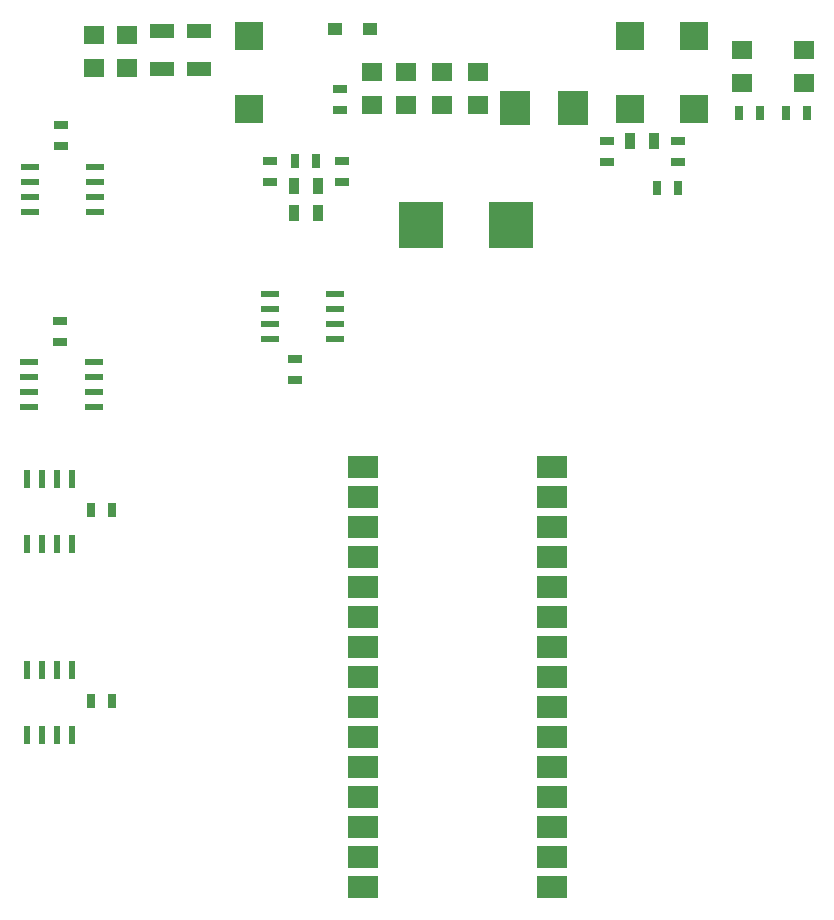
<source format=gbr>
G04 EAGLE Gerber RS-274X export*
G75*
%MOMM*%
%FSLAX34Y34*%
%LPD*%
%INSolderpaste Bottom*%
%IPPOS*%
%AMOC8*
5,1,8,0,0,1.08239X$1,22.5*%
G01*
%ADD10R,1.800000X1.600000*%
%ADD11R,0.800000X1.200000*%
%ADD12R,2.000000X1.200000*%
%ADD13R,2.450000X2.350000*%
%ADD14R,1.200000X0.800000*%
%ADD15R,3.850000X4.000000*%
%ADD16R,2.500000X3.000000*%
%ADD17R,0.950000X1.450000*%
%ADD18R,2.540000X1.905000*%
%ADD19R,1.240000X1.120000*%
%ADD20R,1.524000X0.609600*%
%ADD21R,0.609600X1.524000*%


D10*
X755650Y751810D03*
X755650Y779810D03*
D11*
X718930Y726440D03*
X700930Y726440D03*
X740300Y726440D03*
X758300Y726440D03*
D10*
X154940Y764510D03*
X154940Y792510D03*
X182880Y764510D03*
X182880Y792510D03*
D12*
X212090Y763780D03*
X212090Y795780D03*
X243840Y763780D03*
X243840Y795780D03*
D13*
X608330Y729730D03*
X608330Y791730D03*
X662940Y729730D03*
X662940Y791730D03*
D10*
X389890Y732760D03*
X389890Y760760D03*
X419100Y732760D03*
X419100Y760760D03*
X449580Y732760D03*
X449580Y760760D03*
X480060Y732760D03*
X480060Y760760D03*
D11*
X325010Y685800D03*
X343010Y685800D03*
X631080Y662940D03*
X649080Y662940D03*
D14*
X363220Y728870D03*
X363220Y746870D03*
D13*
X285750Y729730D03*
X285750Y791730D03*
D10*
X703580Y751810D03*
X703580Y779810D03*
D15*
X431650Y631190D03*
X508150Y631190D03*
D16*
X511440Y730250D03*
X560440Y730250D03*
D14*
X303530Y685910D03*
X303530Y667910D03*
X364490Y667910D03*
X364490Y685910D03*
X648970Y684420D03*
X648970Y702420D03*
X589280Y684420D03*
X589280Y702420D03*
D17*
X628490Y702310D03*
X608490Y702310D03*
X324010Y641350D03*
X344010Y641350D03*
X324010Y664210D03*
X344010Y664210D03*
D18*
X542290Y426720D03*
X542290Y401320D03*
X542290Y375920D03*
X542290Y350520D03*
X542290Y325120D03*
X542290Y299720D03*
X542290Y274320D03*
X542290Y248920D03*
X542290Y223520D03*
X542290Y198120D03*
X542290Y172720D03*
X542290Y147320D03*
X542290Y121920D03*
X542290Y96520D03*
X542290Y71120D03*
X382270Y71120D03*
X382270Y96520D03*
X382270Y121920D03*
X382270Y147320D03*
X382270Y172720D03*
X382270Y198120D03*
X382270Y223520D03*
X382270Y248920D03*
X382270Y274320D03*
X382270Y299720D03*
X382270Y325120D03*
X382270Y350520D03*
X382270Y375920D03*
X382270Y401320D03*
X382270Y426720D03*
D19*
X358480Y797560D03*
X388280Y797560D03*
D20*
X155702Y680720D03*
X100838Y680720D03*
X155702Y668020D03*
X155702Y655320D03*
X100838Y668020D03*
X100838Y655320D03*
X155702Y642620D03*
X100838Y642620D03*
D14*
X127000Y698390D03*
X127000Y716390D03*
D20*
X154432Y515620D03*
X99568Y515620D03*
X154432Y502920D03*
X154432Y490220D03*
X99568Y502920D03*
X99568Y490220D03*
X154432Y477520D03*
X99568Y477520D03*
D14*
X125730Y532020D03*
X125730Y550020D03*
D21*
X135890Y361188D03*
X135890Y416052D03*
X123190Y361188D03*
X110490Y361188D03*
X123190Y416052D03*
X110490Y416052D03*
X97790Y361188D03*
X97790Y416052D03*
D11*
X152290Y389890D03*
X170290Y389890D03*
D21*
X135890Y199898D03*
X135890Y254762D03*
X123190Y199898D03*
X110490Y199898D03*
X123190Y254762D03*
X110490Y254762D03*
X97790Y199898D03*
X97790Y254762D03*
D11*
X152290Y228600D03*
X170290Y228600D03*
D20*
X304038Y534670D03*
X358902Y534670D03*
X304038Y547370D03*
X304038Y560070D03*
X358902Y547370D03*
X358902Y560070D03*
X304038Y572770D03*
X358902Y572770D03*
D14*
X325120Y518270D03*
X325120Y500270D03*
M02*

</source>
